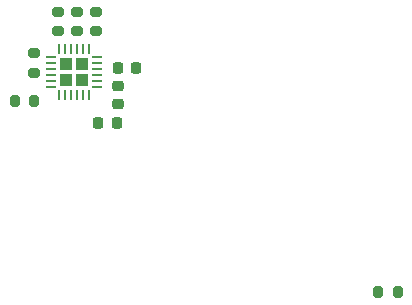
<source format=gbr>
%TF.GenerationSoftware,KiCad,Pcbnew,8.0.2-8.0.2-0~ubuntu22.04.1*%
%TF.CreationDate,2024-06-03T20:12:09+08:00*%
%TF.ProjectId,pcb-stm32,7063622d-7374-46d3-9332-2e6b69636164,rev?*%
%TF.SameCoordinates,Original*%
%TF.FileFunction,Paste,Bot*%
%TF.FilePolarity,Positive*%
%FSLAX46Y46*%
G04 Gerber Fmt 4.6, Leading zero omitted, Abs format (unit mm)*
G04 Created by KiCad (PCBNEW 8.0.2-8.0.2-0~ubuntu22.04.1) date 2024-06-03 20:12:09*
%MOMM*%
%LPD*%
G01*
G04 APERTURE LIST*
G04 Aperture macros list*
%AMRoundRect*
0 Rectangle with rounded corners*
0 $1 Rounding radius*
0 $2 $3 $4 $5 $6 $7 $8 $9 X,Y pos of 4 corners*
0 Add a 4 corners polygon primitive as box body*
4,1,4,$2,$3,$4,$5,$6,$7,$8,$9,$2,$3,0*
0 Add four circle primitives for the rounded corners*
1,1,$1+$1,$2,$3*
1,1,$1+$1,$4,$5*
1,1,$1+$1,$6,$7*
1,1,$1+$1,$8,$9*
0 Add four rect primitives between the rounded corners*
20,1,$1+$1,$2,$3,$4,$5,0*
20,1,$1+$1,$4,$5,$6,$7,0*
20,1,$1+$1,$6,$7,$8,$9,0*
20,1,$1+$1,$8,$9,$2,$3,0*%
G04 Aperture macros list end*
%ADD10RoundRect,0.200000X0.275000X-0.200000X0.275000X0.200000X-0.275000X0.200000X-0.275000X-0.200000X0*%
%ADD11RoundRect,0.225000X0.225000X0.250000X-0.225000X0.250000X-0.225000X-0.250000X0.225000X-0.250000X0*%
%ADD12RoundRect,0.225000X-0.250000X0.225000X-0.250000X-0.225000X0.250000X-0.225000X0.250000X0.225000X0*%
%ADD13RoundRect,0.200000X-0.200000X-0.275000X0.200000X-0.275000X0.200000X0.275000X-0.200000X0.275000X0*%
%ADD14RoundRect,0.200000X0.200000X0.275000X-0.200000X0.275000X-0.200000X-0.275000X0.200000X-0.275000X0*%
%ADD15RoundRect,0.200000X-0.275000X0.200000X-0.275000X-0.200000X0.275000X-0.200000X0.275000X0.200000X0*%
%ADD16RoundRect,0.250000X0.295000X-0.295000X0.295000X0.295000X-0.295000X0.295000X-0.295000X-0.295000X0*%
%ADD17RoundRect,0.062500X0.062500X-0.350000X0.062500X0.350000X-0.062500X0.350000X-0.062500X-0.350000X0*%
%ADD18RoundRect,0.062500X0.350000X-0.062500X0.350000X0.062500X-0.350000X0.062500X-0.350000X-0.062500X0*%
G04 APERTURE END LIST*
D10*
%TO.C,R9*%
X112750000Y-73625000D03*
X112750000Y-71975000D03*
%TD*%
D11*
%TO.C,C6*%
X116125000Y-81400000D03*
X114575000Y-81400000D03*
%TD*%
D12*
%TO.C,C8*%
X116200000Y-78225000D03*
X116200000Y-79775000D03*
%TD*%
D13*
%TO.C,R10*%
X138275000Y-95700000D03*
X139925000Y-95700000D03*
%TD*%
D14*
%TO.C,R6*%
X109125000Y-79500000D03*
X107475000Y-79500000D03*
%TD*%
D15*
%TO.C,R5*%
X114350000Y-71975000D03*
X114350000Y-73625000D03*
%TD*%
D10*
%TO.C,R8*%
X111125000Y-73625000D03*
X111125000Y-71975000D03*
%TD*%
D16*
%TO.C,U1*%
X111850000Y-77750000D03*
X113200000Y-77750000D03*
X111850000Y-76400000D03*
X113200000Y-76400000D03*
D17*
X113775000Y-79037500D03*
X113275000Y-79037500D03*
X112775000Y-79037500D03*
X112275000Y-79037500D03*
X111775000Y-79037500D03*
X111275000Y-79037500D03*
D18*
X110562500Y-78325000D03*
X110562500Y-77825000D03*
X110562500Y-77325000D03*
X110562500Y-76825000D03*
X110562500Y-76325000D03*
X110562500Y-75825000D03*
D17*
X111275000Y-75112500D03*
X111775000Y-75112500D03*
X112275000Y-75112500D03*
X112775000Y-75112500D03*
X113275000Y-75112500D03*
X113775000Y-75112500D03*
D18*
X114487500Y-75825000D03*
X114487500Y-76325000D03*
X114487500Y-76825000D03*
X114487500Y-77325000D03*
X114487500Y-77825000D03*
X114487500Y-78325000D03*
%TD*%
D15*
%TO.C,R7*%
X109100000Y-75475000D03*
X109100000Y-77125000D03*
%TD*%
D11*
%TO.C,C7*%
X117775000Y-76700000D03*
X116225000Y-76700000D03*
%TD*%
M02*

</source>
